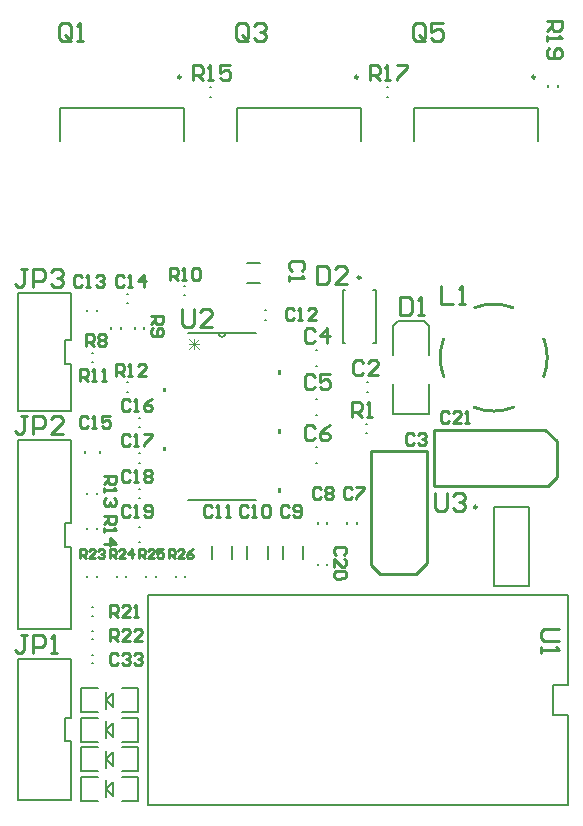
<source format=gto>
G04 Layer_Color=65535*
%FSAX44Y44*%
%MOMM*%
G71*
G01*
G75*
%ADD31C,0.2540*%
%ADD38C,0.1524*%
%ADD39C,0.2500*%
%ADD40C,0.2032*%
%ADD41C,0.2000*%
%ADD42C,0.0762*%
G36*
X00732883Y00790595D02*
X00730343D01*
Y00794405D01*
X00732883D01*
Y00790595D01*
D02*
G37*
G36*
X00829657Y00755595D02*
X00827117D01*
Y00759405D01*
X00829657D01*
Y00755595D01*
D02*
G37*
G36*
Y00805595D02*
X00827117D01*
Y00809405D01*
X00829657D01*
Y00805595D01*
D02*
G37*
G36*
Y00855595D02*
X00827117D01*
Y00859405D01*
X00829657D01*
Y00855595D01*
D02*
G37*
G36*
X00732883Y00840595D02*
X00730343D01*
Y00844405D01*
X00732883D01*
Y00840595D01*
D02*
G37*
D31*
X00967603Y00885899D02*
G03*
X00967652Y00853972I00042397J-00015899D01*
G01*
X01026255Y00912262D02*
G03*
X00993969Y00912347I-00016255J-00042262D01*
G01*
X01052394Y00854102D02*
G03*
X01052394Y00885898I-00042394J00015898D01*
G01*
X00993184Y00827959D02*
G03*
X01026759Y00827936I00016816J00042042D01*
G01*
X00953876Y00696312D02*
Y00790800D01*
X00905870Y00694280D02*
X00905940Y00790800D01*
X00913500Y00686750D02*
X00944250D01*
X00906000Y00694250D02*
X00913500Y00686750D01*
X00944250D02*
X00953880Y00696380D01*
X00906120Y00790800D02*
X00953880D01*
X00959200Y00808876D02*
X01053688D01*
X00959200Y00760940D02*
X01055720Y00760870D01*
X01063250Y00768500D02*
Y00799250D01*
X01055750Y00761000D02*
X01063250Y00768500D01*
X01053620Y00808880D02*
X01063250Y00799250D01*
X00959200Y00761120D02*
Y00808880D01*
X00847580Y00943536D02*
X00849696Y00945652D01*
Y00949884D01*
X00847580Y00952000D01*
X00839116D01*
X00837000Y00949884D01*
Y00945652D01*
X00839116Y00943536D01*
X00837000Y00939304D02*
Y00935072D01*
Y00937188D01*
X00849696D01*
X00847580Y00939304D01*
X00899464Y00865580D02*
X00897348Y00867696D01*
X00893116D01*
X00891000Y00865580D01*
Y00857116D01*
X00893116Y00855000D01*
X00897348D01*
X00899464Y00857116D01*
X00912160Y00855000D02*
X00903696D01*
X00912160Y00863464D01*
Y00865580D01*
X00910044Y00867696D01*
X00905812D01*
X00903696Y00865580D01*
X00942771Y00804464D02*
X00941078Y00806157D01*
X00937693D01*
X00936000Y00804464D01*
Y00797693D01*
X00937693Y00796000D01*
X00941078D01*
X00942771Y00797693D01*
X00946157Y00804464D02*
X00947850Y00806157D01*
X00951235D01*
X00952928Y00804464D01*
Y00802771D01*
X00951235Y00801078D01*
X00949542D01*
X00951235D01*
X00952928Y00799386D01*
Y00797693D01*
X00951235Y00796000D01*
X00947850D01*
X00946157Y00797693D01*
X00858464Y00892580D02*
X00856348Y00894696D01*
X00852116D01*
X00850000Y00892580D01*
Y00884116D01*
X00852116Y00882000D01*
X00856348D01*
X00858464Y00884116D01*
X00869044Y00882000D02*
Y00894696D01*
X00862696Y00888348D01*
X00871160D01*
X00858464Y00853580D02*
X00856348Y00855696D01*
X00852116D01*
X00850000Y00853580D01*
Y00845116D01*
X00852116Y00843000D01*
X00856348D01*
X00858464Y00845116D01*
X00871160Y00855696D02*
X00862696D01*
Y00849348D01*
X00866928Y00851464D01*
X00869044D01*
X00871160Y00849348D01*
Y00845116D01*
X00869044Y00843000D01*
X00864812D01*
X00862696Y00845116D01*
X00858543Y00810516D02*
X00856443Y00812648D01*
X00852211Y00812680D01*
X00850079Y00810580D01*
X00850016Y00802116D01*
X00852116Y00799984D01*
X00856348Y00799952D01*
X00858480Y00802052D01*
X00871254Y00812537D02*
X00867007Y00810453D01*
X00862743Y00806253D01*
X00862711Y00802021D01*
X00864811Y00799889D01*
X00869043Y00799857D01*
X00871175Y00801957D01*
X00871191Y00804073D01*
X00869091Y00806205D01*
X00862743Y00806253D01*
X00889771Y00758464D02*
X00888078Y00760157D01*
X00884693D01*
X00883000Y00758464D01*
Y00751693D01*
X00884693Y00750000D01*
X00888078D01*
X00889771Y00751693D01*
X00893157Y00760157D02*
X00899928D01*
Y00758464D01*
X00893157Y00751693D01*
Y00750000D01*
X00863771Y00758464D02*
X00862078Y00760157D01*
X00858693D01*
X00857000Y00758464D01*
Y00751693D01*
X00858693Y00750000D01*
X00862078D01*
X00863771Y00751693D01*
X00867157Y00758464D02*
X00868849Y00760157D01*
X00872235D01*
X00873928Y00758464D01*
Y00756771D01*
X00872235Y00755078D01*
X00873928Y00753386D01*
Y00751693D01*
X00872235Y00750000D01*
X00868849D01*
X00867157Y00751693D01*
Y00753386D01*
X00868849Y00755078D01*
X00867157Y00756771D01*
Y00758464D01*
X00868849Y00755078D02*
X00872235D01*
X00836771Y00743464D02*
X00835078Y00745157D01*
X00831693D01*
X00830000Y00743464D01*
Y00736693D01*
X00831693Y00735000D01*
X00835078D01*
X00836771Y00736693D01*
X00840157D02*
X00841850Y00735000D01*
X00845235D01*
X00846928Y00736693D01*
Y00743464D01*
X00845235Y00745157D01*
X00841850D01*
X00840157Y00743464D01*
Y00741771D01*
X00841850Y00740078D01*
X00846928D01*
X00801771Y00743464D02*
X00800078Y00745157D01*
X00796693D01*
X00795000Y00743464D01*
Y00736693D01*
X00796693Y00735000D01*
X00800078D01*
X00801771Y00736693D01*
X00805157Y00735000D02*
X00808542D01*
X00806850D01*
Y00745157D01*
X00805157Y00743464D01*
X00813621D02*
X00815313Y00745157D01*
X00818699D01*
X00820392Y00743464D01*
Y00736693D01*
X00818699Y00735000D01*
X00815313D01*
X00813621Y00736693D01*
Y00743464D01*
X00771771D02*
X00770078Y00745157D01*
X00766693D01*
X00765000Y00743464D01*
Y00736693D01*
X00766693Y00735000D01*
X00770078D01*
X00771771Y00736693D01*
X00775157Y00735000D02*
X00778542D01*
X00776850D01*
Y00745157D01*
X00775157Y00743464D01*
X00783621Y00735000D02*
X00787006D01*
X00785313D01*
Y00745157D01*
X00783621Y00743464D01*
X00840771Y00910464D02*
X00839078Y00912157D01*
X00835693D01*
X00834000Y00910464D01*
Y00903693D01*
X00835693Y00902000D01*
X00839078D01*
X00840771Y00903693D01*
X00844157Y00902000D02*
X00847542D01*
X00845850D01*
Y00912157D01*
X00844157Y00910464D01*
X00859392Y00902000D02*
X00852621D01*
X00859392Y00908771D01*
Y00910464D01*
X00857699Y00912157D01*
X00854314D01*
X00852621Y00910464D01*
X00661771Y00938464D02*
X00660078Y00940157D01*
X00656693D01*
X00655000Y00938464D01*
Y00931693D01*
X00656693Y00930000D01*
X00660078D01*
X00661771Y00931693D01*
X00665157Y00930000D02*
X00668542D01*
X00666850D01*
Y00940157D01*
X00665157Y00938464D01*
X00673621D02*
X00675313Y00940157D01*
X00678699D01*
X00680392Y00938464D01*
Y00936771D01*
X00678699Y00935078D01*
X00677006D01*
X00678699D01*
X00680392Y00933386D01*
Y00931693D01*
X00678699Y00930000D01*
X00675313D01*
X00673621Y00931693D01*
X00696771Y00938464D02*
X00695078Y00940157D01*
X00691693D01*
X00690000Y00938464D01*
Y00931693D01*
X00691693Y00930000D01*
X00695078D01*
X00696771Y00931693D01*
X00700157Y00930000D02*
X00703542D01*
X00701850D01*
Y00940157D01*
X00700157Y00938464D01*
X00713699Y00930000D02*
Y00940157D01*
X00708621Y00935078D01*
X00715392D01*
X00666771Y00818464D02*
X00665078Y00820157D01*
X00661693D01*
X00660000Y00818464D01*
Y00811693D01*
X00661693Y00810000D01*
X00665078D01*
X00666771Y00811693D01*
X00670157Y00810000D02*
X00673542Y00810000D01*
X00671850Y00810000D01*
Y00820157D01*
X00670157Y00818464D01*
X00685392Y00820157D02*
X00678621D01*
Y00815078D01*
X00682006Y00816771D01*
X00683699D01*
X00685392Y00815078D01*
Y00811693D01*
X00683699Y00810000D01*
X00680313D01*
X00678621Y00811693D01*
X00701771Y00833464D02*
X00700078Y00835157D01*
X00696693D01*
X00695000Y00833464D01*
Y00826693D01*
X00696693Y00825000D01*
X00700078D01*
X00701771Y00826693D01*
X00705157Y00825000D02*
X00708542D01*
X00706850D01*
Y00835157D01*
X00705157Y00833464D01*
X00720392Y00835157D02*
X00717006Y00833464D01*
X00713621Y00830078D01*
Y00826693D01*
X00715313Y00825000D01*
X00718699D01*
X00720392Y00826693D01*
Y00828386D01*
X00718699Y00830078D01*
X00713621D01*
X00701771Y00803464D02*
X00700078Y00805157D01*
X00696693D01*
X00695000Y00803464D01*
Y00796693D01*
X00696693Y00795000D01*
X00700078D01*
X00701771Y00796693D01*
X00705157Y00795000D02*
X00708542D01*
X00706850D01*
Y00805157D01*
X00705157Y00803464D01*
X00713621Y00805157D02*
X00720392D01*
Y00803464D01*
X00713621Y00796693D01*
Y00795000D01*
X00701771Y00773464D02*
X00700078Y00775157D01*
X00696693D01*
X00695000Y00773464D01*
Y00766693D01*
X00696693Y00765000D01*
X00700078D01*
X00701771Y00766693D01*
X00705157Y00765000D02*
X00708542D01*
X00706850D01*
Y00775157D01*
X00705157Y00773464D01*
X00713621D02*
X00715313Y00775157D01*
X00718699D01*
X00720392Y00773464D01*
Y00771771D01*
X00718699Y00770078D01*
X00720392Y00768386D01*
Y00766693D01*
X00718699Y00765000D01*
X00715313D01*
X00713621Y00766693D01*
Y00768386D01*
X00715313Y00770078D01*
X00713621Y00771771D01*
Y00773464D01*
X00715313Y00770078D02*
X00718699D01*
X00701771Y00743464D02*
X00700078Y00745157D01*
X00696693D01*
X00695000Y00743464D01*
Y00736693D01*
X00696693Y00735000D01*
X00700078D01*
X00701771Y00736693D01*
X00705157Y00735000D02*
X00708542D01*
X00706850D01*
Y00745157D01*
X00705157Y00743464D01*
X00713621Y00736693D02*
X00715313Y00735000D01*
X00718699D01*
X00720392Y00736693D01*
Y00743464D01*
X00718699Y00745157D01*
X00715313D01*
X00713621Y00743464D01*
Y00741771D01*
X00715313Y00740078D01*
X00720392D01*
X00883511Y00703288D02*
X00885192Y00704993D01*
X00885168Y00708379D01*
X00883464Y00710060D01*
X00876693Y00710012D01*
X00875012Y00708307D01*
X00875036Y00704922D01*
X00876740Y00703241D01*
X00875119Y00693073D02*
X00875071Y00699844D01*
X00881890Y00693120D01*
X00883583Y00693132D01*
X00885264Y00694837D01*
X00885240Y00698222D01*
X00883535Y00699903D01*
X00883606Y00689746D02*
X00885311Y00688066D01*
X00885335Y00684680D01*
X00883654Y00682975D01*
X00876883Y00682928D01*
X00875178Y00684609D01*
X00875155Y00687994D01*
X00876835Y00689699D01*
X00883606Y00689746D01*
X00971771Y00823464D02*
X00970078Y00825157D01*
X00966693D01*
X00965000Y00823464D01*
Y00816693D01*
X00966693Y00815000D01*
X00970078D01*
X00971771Y00816693D01*
X00981928Y00815000D02*
X00975157D01*
X00981928Y00821771D01*
Y00823464D01*
X00980235Y00825157D01*
X00976850D01*
X00975157Y00823464D01*
X00985313Y00815000D02*
X00988699D01*
X00987006D01*
Y00825157D01*
X00985313Y00823464D01*
X00691771Y00618464D02*
X00690078Y00620157D01*
X00686693D01*
X00685000Y00618464D01*
Y00611693D01*
X00686693Y00610000D01*
X00690078D01*
X00691771Y00611693D01*
X00695157Y00618464D02*
X00696850Y00620157D01*
X00700235D01*
X00701928Y00618464D01*
Y00616771D01*
X00700235Y00615078D01*
X00698542D01*
X00700235D01*
X00701928Y00613386D01*
Y00611693D01*
X00700235Y00610000D01*
X00696850D01*
X00695157Y00611693D01*
X00705313Y00618464D02*
X00707006Y00620157D01*
X00710392D01*
X00712085Y00618464D01*
Y00616771D01*
X00710392Y00615078D01*
X00708699D01*
X00710392D01*
X00712085Y00613386D01*
Y00611693D01*
X00710392Y00610000D01*
X00707006D01*
X00705313Y00611693D01*
X00931000Y00921235D02*
Y00906000D01*
X00938617D01*
X00941157Y00908539D01*
Y00918696D01*
X00938617Y00921235D01*
X00931000D01*
X00946235Y00906000D02*
X00951313D01*
X00948774D01*
Y00921235D01*
X00946235Y00918696D01*
X00860540Y00947775D02*
Y00932540D01*
X00868158D01*
X00870697Y00935079D01*
Y00945236D01*
X00868158Y00947775D01*
X00860540D01*
X00885932Y00932540D02*
X00875775D01*
X00885932Y00942697D01*
Y00945236D01*
X00883393Y00947775D01*
X00878314D01*
X00875775Y00945236D01*
X00615157Y00635235D02*
X00610078D01*
X00612617D01*
Y00622539D01*
X00610078Y00620000D01*
X00607539D01*
X00605000Y00622539D01*
X00620235Y00620000D02*
Y00635235D01*
X00627853D01*
X00630392Y00632696D01*
Y00627617D01*
X00627853Y00625078D01*
X00620235D01*
X00635470Y00620000D02*
X00640548D01*
X00638009D01*
Y00635235D01*
X00635470Y00632696D01*
X00615157Y00820235D02*
X00610078D01*
X00612617D01*
Y00807539D01*
X00610078Y00805000D01*
X00607539D01*
X00605000Y00807539D01*
X00620235Y00805000D02*
Y00820235D01*
X00627853D01*
X00630392Y00817696D01*
Y00812617D01*
X00627853Y00810078D01*
X00620235D01*
X00645627Y00805000D02*
X00635470D01*
X00645627Y00815157D01*
Y00817696D01*
X00643088Y00820235D01*
X00638009D01*
X00635470Y00817696D01*
X00615157Y00945235D02*
X00610078D01*
X00612617D01*
Y00932539D01*
X00610078Y00930000D01*
X00607539D01*
X00605000Y00932539D01*
X00620235Y00930000D02*
Y00945235D01*
X00627853D01*
X00630392Y00942696D01*
Y00937617D01*
X00627853Y00935078D01*
X00620235D01*
X00635470Y00942696D02*
X00638009Y00945235D01*
X00643088D01*
X00645627Y00942696D01*
Y00940157D01*
X00643088Y00937617D01*
X00640548D01*
X00643088D01*
X00645627Y00935078D01*
Y00932539D01*
X00643088Y00930000D01*
X00638009D01*
X00635470Y00932539D01*
X00965000Y00930235D02*
Y00915000D01*
X00975157D01*
X00980235D02*
X00985313D01*
X00982774D01*
Y00930235D01*
X00980235Y00927696D01*
X00652019Y01140849D02*
Y01151006D01*
X00649480Y01153545D01*
X00644401D01*
X00641862Y01151006D01*
Y01140849D01*
X00644401Y01138310D01*
X00649480D01*
X00646940Y01143388D02*
X00652019Y01138310D01*
X00649480D02*
X00652019Y01140849D01*
X00657097Y01138310D02*
X00662175D01*
X00659636D01*
Y01153545D01*
X00657097Y01151006D01*
X00801879Y01140849D02*
Y01151006D01*
X00799340Y01153545D01*
X00794261D01*
X00791722Y01151006D01*
Y01140849D01*
X00794261Y01138310D01*
X00799340D01*
X00796800Y01143388D02*
X00801879Y01138310D01*
X00799340D02*
X00801879Y01140849D01*
X00806957Y01151006D02*
X00809496Y01153545D01*
X00814575D01*
X00817114Y01151006D01*
Y01148467D01*
X00814575Y01145928D01*
X00812035D01*
X00814575D01*
X00817114Y01143388D01*
Y01140849D01*
X00814575Y01138310D01*
X00809496D01*
X00806957Y01140849D01*
X00951993Y01140849D02*
Y01151006D01*
X00949454Y01153545D01*
X00944375D01*
X00941836Y01151006D01*
Y01140849D01*
X00944375Y01138310D01*
X00949454D01*
X00946914Y01143388D02*
X00951993Y01138310D01*
X00949454D02*
X00951993Y01140849D01*
X00967228Y01153545D02*
X00957071D01*
Y01145928D01*
X00962149Y01148467D01*
X00964689D01*
X00967228Y01145928D01*
Y01140849D01*
X00964689Y01138310D01*
X00959610D01*
X00957071Y01140849D01*
X00890000Y00820000D02*
Y00832696D01*
X00896348D01*
X00898464Y00830580D01*
Y00826348D01*
X00896348Y00824232D01*
X00890000D01*
X00894232D02*
X00898464Y00820000D01*
X00902696D02*
X00906928D01*
X00904812D01*
Y00832696D01*
X00902696Y00830580D01*
X00665000Y00880000D02*
Y00890157D01*
X00670078D01*
X00671771Y00888464D01*
Y00885078D01*
X00670078Y00883386D01*
X00665000D01*
X00668386D02*
X00671771Y00880000D01*
X00675157Y00888464D02*
X00676850Y00890157D01*
X00680235D01*
X00681928Y00888464D01*
Y00886771D01*
X00680235Y00885078D01*
X00681928Y00883386D01*
Y00881693D01*
X00680235Y00880000D01*
X00676850D01*
X00675157Y00881693D01*
Y00883386D01*
X00676850Y00885078D01*
X00675157Y00886771D01*
Y00888464D01*
X00676850Y00885078D02*
X00680235D01*
X00720000Y00905000D02*
X00730157D01*
Y00899922D01*
X00728464Y00898229D01*
X00725078D01*
X00723386Y00899922D01*
Y00905000D01*
Y00901614D02*
X00720000Y00898229D01*
X00721693Y00894843D02*
X00720000Y00893150D01*
Y00889765D01*
X00721693Y00888072D01*
X00728464D01*
X00730157Y00889765D01*
Y00893150D01*
X00728464Y00894843D01*
X00726771D01*
X00725078Y00893150D01*
Y00888072D01*
X00736000Y00936000D02*
Y00946157D01*
X00741078D01*
X00742771Y00944464D01*
Y00941078D01*
X00741078Y00939386D01*
X00736000D01*
X00739386D02*
X00742771Y00936000D01*
X00746157D02*
X00749542D01*
X00747850D01*
Y00946157D01*
X00746157Y00944464D01*
X00754621D02*
X00756313Y00946157D01*
X00759699D01*
X00761392Y00944464D01*
Y00937693D01*
X00759699Y00936000D01*
X00756313D01*
X00754621Y00937693D01*
Y00944464D01*
X00660000Y00850000D02*
Y00860157D01*
X00665078D01*
X00666771Y00858464D01*
Y00855078D01*
X00665078Y00853386D01*
X00660000D01*
X00663386D02*
X00666771Y00850000D01*
X00670157D02*
X00673542D01*
X00671850D01*
Y00860157D01*
X00670157Y00858464D01*
X00678621Y00850000D02*
X00682006D01*
X00680313D01*
Y00860157D01*
X00678621Y00858464D01*
X00690000Y00854300D02*
Y00864457D01*
X00695078D01*
X00696771Y00862764D01*
Y00859378D01*
X00695078Y00857686D01*
X00690000D01*
X00693386D02*
X00696771Y00854300D01*
X00700157D02*
X00703542D01*
X00701850D01*
Y00864457D01*
X00700157Y00862764D01*
X00715392Y00854300D02*
X00708621D01*
X00715392Y00861071D01*
Y00862764D01*
X00713699Y00864457D01*
X00710313D01*
X00708621Y00862764D01*
X00680000Y00770000D02*
X00690157D01*
Y00764922D01*
X00688464Y00763229D01*
X00685078D01*
X00683386Y00764922D01*
Y00770000D01*
Y00766614D02*
X00680000Y00763229D01*
Y00759843D02*
Y00756458D01*
Y00758150D01*
X00690157D01*
X00688464Y00759843D01*
Y00751379D02*
X00690157Y00749687D01*
Y00746301D01*
X00688464Y00744608D01*
X00686771D01*
X00685078Y00746301D01*
Y00747994D01*
Y00746301D01*
X00683386Y00744608D01*
X00681693D01*
X00680000Y00746301D01*
Y00749687D01*
X00681693Y00751379D01*
X00680000Y00736000D02*
X00690157D01*
Y00730922D01*
X00688464Y00729229D01*
X00685078D01*
X00683386Y00730922D01*
Y00736000D01*
Y00732614D02*
X00680000Y00729229D01*
Y00725843D02*
Y00722458D01*
Y00724150D01*
X00690157D01*
X00688464Y00725843D01*
X00680000Y00712301D02*
X00690157D01*
X00685078Y00717379D01*
Y00710608D01*
X00755000Y01105000D02*
Y01117696D01*
X00761348D01*
X00763464Y01115580D01*
Y01111348D01*
X00761348Y01109232D01*
X00755000D01*
X00759232D02*
X00763464Y01105000D01*
X00767696D02*
X00771928D01*
X00769812D01*
Y01117696D01*
X00767696Y01115580D01*
X00786740Y01117696D02*
X00778276D01*
Y01111348D01*
X00782508Y01113464D01*
X00784624D01*
X00786740Y01111348D01*
Y01107116D01*
X00784624Y01105000D01*
X00780392D01*
X00778276Y01107116D01*
X00905000Y01105000D02*
Y01117696D01*
X00911348D01*
X00913464Y01115580D01*
Y01111348D01*
X00911348Y01109232D01*
X00905000D01*
X00909232D02*
X00913464Y01105000D01*
X00917696D02*
X00921928D01*
X00919812D01*
Y01117696D01*
X00917696Y01115580D01*
X00928276Y01117696D02*
X00936740D01*
Y01115580D01*
X00928276Y01107116D01*
Y01105000D01*
X01055000Y01155000D02*
X01067696D01*
Y01148652D01*
X01065580Y01146536D01*
X01061348D01*
X01059232Y01148652D01*
Y01155000D01*
Y01150768D02*
X01055000Y01146536D01*
Y01142304D02*
Y01138072D01*
Y01140188D01*
X01067696D01*
X01065580Y01142304D01*
X01057116Y01131724D02*
X01055000Y01129608D01*
Y01125376D01*
X01057116Y01123260D01*
X01065580D01*
X01067696Y01125376D01*
Y01129608D01*
X01065580Y01131724D01*
X01063464D01*
X01061348Y01129608D01*
Y01123260D01*
X00685000Y00650000D02*
Y00660157D01*
X00690078D01*
X00691771Y00658464D01*
Y00655078D01*
X00690078Y00653386D01*
X00685000D01*
X00688386D02*
X00691771Y00650000D01*
X00701928D02*
X00695157D01*
X00701928Y00656771D01*
Y00658464D01*
X00700235Y00660157D01*
X00696850D01*
X00695157Y00658464D01*
X00705313Y00650000D02*
X00708699D01*
X00707006D01*
Y00660157D01*
X00705313Y00658464D01*
X00685000Y00630000D02*
Y00640157D01*
X00690078D01*
X00691771Y00638464D01*
Y00635078D01*
X00690078Y00633386D01*
X00685000D01*
X00688386D02*
X00691771Y00630000D01*
X00701928D02*
X00695157D01*
X00701928Y00636771D01*
Y00638464D01*
X00700235Y00640157D01*
X00696850D01*
X00695157Y00638464D01*
X00712085Y00630000D02*
X00705313D01*
X00712085Y00636771D01*
Y00638464D01*
X00710392Y00640157D01*
X00707006D01*
X00705313Y00638464D01*
X00660000Y00700000D02*
Y00707617D01*
X00663809D01*
X00665078Y00706348D01*
Y00703809D01*
X00663809Y00702539D01*
X00660000D01*
X00662539D02*
X00665078Y00700000D01*
X00672696D02*
X00667617D01*
X00672696Y00705078D01*
Y00706348D01*
X00671426Y00707617D01*
X00668887D01*
X00667617Y00706348D01*
X00675235D02*
X00676505Y00707617D01*
X00679044D01*
X00680313Y00706348D01*
Y00705078D01*
X00679044Y00703809D01*
X00677774D01*
X00679044D01*
X00680313Y00702539D01*
Y00701270D01*
X00679044Y00700000D01*
X00676505D01*
X00675235Y00701270D01*
X00685000Y00700000D02*
Y00707617D01*
X00688809D01*
X00690078Y00706348D01*
Y00703809D01*
X00688809Y00702539D01*
X00685000D01*
X00687539D02*
X00690078Y00700000D01*
X00697696D02*
X00692617D01*
X00697696Y00705078D01*
Y00706348D01*
X00696426Y00707617D01*
X00693887D01*
X00692617Y00706348D01*
X00704044Y00700000D02*
Y00707617D01*
X00700235Y00703809D01*
X00705313D01*
X00710000Y00700000D02*
Y00707617D01*
X00713809D01*
X00715078Y00706348D01*
Y00703809D01*
X00713809Y00702539D01*
X00710000D01*
X00712539D02*
X00715078Y00700000D01*
X00722696D02*
X00717617D01*
X00722696Y00705078D01*
Y00706348D01*
X00721426Y00707617D01*
X00718887D01*
X00717617Y00706348D01*
X00730313Y00707617D02*
X00725235D01*
Y00703809D01*
X00727774Y00705078D01*
X00729044D01*
X00730313Y00703809D01*
Y00701270D01*
X00729044Y00700000D01*
X00726505D01*
X00725235Y00701270D01*
X00735000Y00700000D02*
Y00707618D01*
X00738809D01*
X00740078Y00706348D01*
Y00703809D01*
X00738809Y00702539D01*
X00735000D01*
X00737539D02*
X00740078Y00700000D01*
X00747696D02*
X00742617D01*
X00747696Y00705078D01*
Y00706348D01*
X00746426Y00707618D01*
X00743887D01*
X00742617Y00706348D01*
X00755313Y00707618D02*
X00752774Y00706348D01*
X00750235Y00703809D01*
Y00701270D01*
X00751505Y00700000D01*
X00754044D01*
X00755313Y00701270D01*
Y00702539D01*
X00754044Y00703809D01*
X00750235D01*
X01065235Y00640000D02*
X01052539D01*
X01050000Y00637461D01*
Y00632383D01*
X01052539Y00629843D01*
X01065235D01*
X01050000Y00624765D02*
Y00619687D01*
Y00622226D01*
X01065235D01*
X01062696Y00624765D01*
X00746000Y00911235D02*
Y00898539D01*
X00748539Y00896000D01*
X00753617D01*
X00756157Y00898539D01*
Y00911235D01*
X00771392Y00896000D02*
X00761235D01*
X00771392Y00906157D01*
Y00908696D01*
X00768853Y00911235D01*
X00763774D01*
X00761235Y00908696D01*
X00960000Y00755235D02*
Y00742539D01*
X00962539Y00740000D01*
X00967617D01*
X00970157Y00742539D01*
Y00755235D01*
X00975235Y00752696D02*
X00977774Y00755235D01*
X00982853D01*
X00985392Y00752696D01*
Y00750157D01*
X00982853Y00747617D01*
X00980313D01*
X00982853D01*
X00985392Y00745078D01*
Y00742539D01*
X00982853Y00740000D01*
X00977774D01*
X00975235Y00742539D01*
D38*
X00776952Y00890485D02*
G03*
X00783048Y00890485I00003048J00000000D01*
G01*
X00751113Y00890485D02*
X00808887D01*
X00751113Y00749515D02*
X00808887D01*
D39*
X00995750Y00743500D02*
G03*
X00995750Y00743500I-00001250J00000000D01*
G01*
X00897250Y00937750D02*
G03*
X00897250Y00937750I-00001250J00000000D01*
G01*
X00745100Y01107500D02*
G03*
X00745100Y01107500I-00001250J00000000D01*
G01*
X00895100D02*
G03*
X00895100Y01107500I-00001250J00000000D01*
G01*
X01045100Y01107500D02*
G03*
X01045100Y01107500I-00001250J00000000D01*
G01*
D40*
X00695000Y00569840D02*
X00709000D01*
Y00590000D01*
X00695000D02*
X00709000D01*
X00660870Y00569840D02*
X00674840D01*
X00660870D02*
Y00590000D01*
X00674840D01*
X00681952Y00572888D02*
Y00580000D01*
Y00587000D01*
Y00580000D02*
X00688000Y00573904D01*
Y00586000D01*
X00681952Y00580000D02*
X00688000Y00586000D01*
X00695000Y00544840D02*
X00709000D01*
Y00565000D01*
X00695000D02*
X00709000D01*
X00660870Y00544840D02*
X00674840D01*
X00660870D02*
Y00565000D01*
X00674840D01*
X00681952Y00547888D02*
Y00555000D01*
Y00562000D01*
Y00555000D02*
X00688000Y00548904D01*
Y00561000D01*
X00681952Y00555000D02*
X00688000Y00561000D01*
X00695000Y00519840D02*
X00709000D01*
Y00540000D01*
X00695000D02*
X00709000D01*
X00660870Y00519840D02*
X00674840D01*
X00660870D02*
Y00540000D01*
X00674840D01*
X00681952Y00522888D02*
Y00530000D01*
Y00537000D01*
Y00530000D02*
X00688000Y00523904D01*
Y00536000D01*
X00681952Y00530000D02*
X00688000Y00536000D01*
X00695000Y00494840D02*
X00709000D01*
Y00515000D01*
X00695000D02*
X00709000D01*
X00660870Y00494840D02*
X00674840D01*
X00660870D02*
Y00515000D01*
X00674840D01*
X00681952Y00497888D02*
Y00505000D01*
Y00512000D01*
Y00505000D02*
X00688000Y00498904D01*
Y00511000D01*
X00681952Y00505000D02*
X00688000Y00511000D01*
X01060100Y00592700D02*
X01072800D01*
Y00668900D01*
X00717200D02*
X01072800D01*
X00717200Y00491100D02*
Y00668900D01*
Y00491100D02*
X01072800D01*
Y00567300D01*
X01060100D02*
X01072800D01*
X01060100D02*
Y00592700D01*
X00607060Y00925000D02*
X00652232D01*
X00647232Y00865000D02*
X00652232D01*
X00647232Y00885160D02*
X00652232D01*
X00647232Y00865000D02*
Y00885160D01*
X00652232Y00825000D02*
Y00865000D01*
Y00885160D02*
Y00925000D01*
X00607060Y00825000D02*
Y00925000D01*
Y00825000D02*
X00652232D01*
X00607060Y00640000D02*
Y00800000D01*
Y00640000D02*
X00652232D01*
X00607060Y00800000D02*
X00652232D01*
X00647232Y00710000D02*
Y00730160D01*
X00652232Y00640000D02*
Y00710000D01*
X00647232D02*
X00652232D01*
X00647232Y00730160D02*
X00652232D01*
Y00800000D01*
X00607060Y00495500D02*
Y00614690D01*
Y00495500D02*
X00652232D01*
X00607060Y00614690D02*
X00652232D01*
Y00495500D02*
Y00545000D01*
X00647232D02*
Y00565160D01*
Y00545000D02*
X00652232D01*
X00647232Y00565160D02*
X00652232D01*
Y00614690D01*
D41*
X00859500Y00863250D02*
X00860500D01*
X00859500Y00876750D02*
X00860500D01*
X00859500Y00821250D02*
X00860500D01*
X00859500Y00834750D02*
X00860500D01*
X00859500Y00794460D02*
X00860500D01*
X00859500Y00780960D02*
X00860500D01*
X00669500Y00866000D02*
X00670500D01*
X00669500Y00874000D02*
X00670500D01*
X00699500Y00916000D02*
X00700500D01*
X00699500Y00924000D02*
X00700500D01*
X00902500Y00841000D02*
X00903500D01*
X00902500Y00849000D02*
X00903500D01*
X00816500Y00902000D02*
X00817500D01*
X00816500Y00910000D02*
X00817500D01*
X00901500Y00806000D02*
X00902500D01*
X00901500Y00814000D02*
X00902500D01*
X00709500Y00811000D02*
X00710500D01*
X00709500Y00819000D02*
X00710500D01*
X00709500Y00781000D02*
X00710500D01*
X00709500Y00789000D02*
X00710500D01*
X00709500Y00751000D02*
X00710500D01*
X00709500Y00759000D02*
X00710500D01*
X00709500Y00713750D02*
X00710500D01*
X00709500Y00726250D02*
X00710500D01*
X00801500Y00933500D02*
X00812500D01*
X00801500Y00950500D02*
X00812500D01*
X00669500Y00658500D02*
X00670500D01*
X00669500Y00651500D02*
X00670500D01*
X00669500Y00638500D02*
X00670500D01*
X00669500Y00631500D02*
X00670500D01*
X00669500Y00611500D02*
X00670500D01*
X00669500Y00618500D02*
X00670500D01*
X01010000Y00676500D02*
X01040000D01*
X01010000D02*
Y00743500D01*
X01040000Y00676500D02*
Y00743500D01*
X01010000D02*
X01040000D01*
X00924500Y00822000D02*
Y00848000D01*
Y00822000D02*
X00955500D01*
X00924500Y00872000D02*
Y00896500D01*
X00929000Y00901000D01*
X00955500Y00822000D02*
Y00848000D01*
X00929000Y00901000D02*
X00951000D01*
X00955500Y00872000D02*
Y00896500D01*
X00951000Y00901000D02*
X00955500Y00896500D01*
X00769500Y01091000D02*
X00770500D01*
X00769500Y01099000D02*
X00770500D01*
X00886000Y00729500D02*
Y00730500D01*
X00894000Y00729500D02*
Y00730500D01*
X00861000Y00729500D02*
Y00730500D01*
X00869000Y00729500D02*
Y00730500D01*
X00848500Y00699500D02*
Y00710500D01*
X00831500Y00699500D02*
Y00710500D01*
X00818500Y00699500D02*
Y00710500D01*
X00801500Y00699500D02*
Y00710500D01*
X00788500Y00699500D02*
Y00710500D01*
X00771500Y00699500D02*
Y00710500D01*
X00674000Y00909500D02*
Y00910500D01*
X00666000Y00909500D02*
Y00910500D01*
X00676250Y00789500D02*
Y00790500D01*
X00663750Y00789500D02*
Y00790500D01*
X00869000Y00694500D02*
Y00695500D01*
X00861000Y00694500D02*
Y00695500D01*
X00882000Y00882500D02*
X00884250D01*
X00882000Y00927500D02*
X00884250D01*
X00907750Y00882500D02*
X00910000D01*
X00907750Y00927500D02*
X00910000D01*
X00882000Y00882500D02*
Y00927500D01*
X00910000Y00882500D02*
Y00927500D01*
X00747500Y01053500D02*
Y01081500D01*
X00642500D02*
X00747500D01*
X00642500Y01053500D02*
Y01081500D01*
X00897500Y01053500D02*
Y01081500D01*
X00792500D02*
X00897500D01*
X00792500Y01053500D02*
Y01081500D01*
X01047500Y01053500D02*
Y01081500D01*
X00942500D02*
X01047500D01*
X00942500Y01053500D02*
Y01081500D01*
X00694000Y00894500D02*
Y00895500D01*
X00686000Y00894500D02*
Y00895500D01*
X00714000Y00894500D02*
Y00895500D01*
X00706000Y00894500D02*
Y00895500D01*
X00747500Y00931000D02*
X00748500D01*
X00747500Y00923000D02*
X00748500D01*
X00699500Y00841000D02*
X00700500D01*
X00699500Y00849000D02*
X00700500D01*
X00674000Y00754500D02*
Y00755500D01*
X00666000Y00754500D02*
Y00755500D01*
X00674000Y00724500D02*
Y00725500D01*
X00666000Y00724500D02*
Y00725500D01*
X00919500Y01099500D02*
X00920500D01*
X00919500Y01090500D02*
X00920500D01*
X01056000Y01099500D02*
Y01100500D01*
X01064000Y01099500D02*
Y01100500D01*
X00674000Y00684500D02*
Y00685500D01*
X00666000Y00684500D02*
Y00685500D01*
X00699000Y00684500D02*
Y00685500D01*
X00691000Y00684500D02*
Y00685500D01*
X00724000Y00684500D02*
Y00685500D01*
X00716000Y00684500D02*
Y00685500D01*
X00749000Y00684500D02*
Y00685500D01*
X00741000Y00684500D02*
Y00685500D01*
D42*
X00752187Y00885888D02*
X00760651Y00877424D01*
X00752187D02*
X00760651Y00885888D01*
X00752187Y00881656D02*
X00760651D01*
X00756419Y00877424D02*
Y00885888D01*
M02*

</source>
